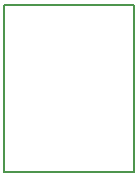
<source format=gbr>
G04 #@! TF.GenerationSoftware,KiCad,Pcbnew,5.0.2+dfsg1-1~bpo9+1*
G04 #@! TF.CreationDate,2020-10-06T20:20:49+01:00*
G04 #@! TF.ProjectId,tiny_usb_charger,74696e79-5f75-4736-925f-636861726765,rev?*
G04 #@! TF.SameCoordinates,Original*
G04 #@! TF.FileFunction,Profile,NP*
%FSLAX46Y46*%
G04 Gerber Fmt 4.6, Leading zero omitted, Abs format (unit mm)*
G04 Created by KiCad (PCBNEW 5.0.2+dfsg1-1~bpo9+1) date Tue 06 Oct 2020 20:20:49 BST*
%MOMM*%
%LPD*%
G01*
G04 APERTURE LIST*
%ADD10C,0.150000*%
G04 APERTURE END LIST*
D10*
X144348200Y-100482400D02*
X155346400Y-100482400D01*
X144348200Y-86334600D02*
X155346400Y-86334600D01*
X144348200Y-100482400D02*
X144348200Y-86334600D01*
X155346400Y-86334600D02*
X155346400Y-100482400D01*
M02*

</source>
